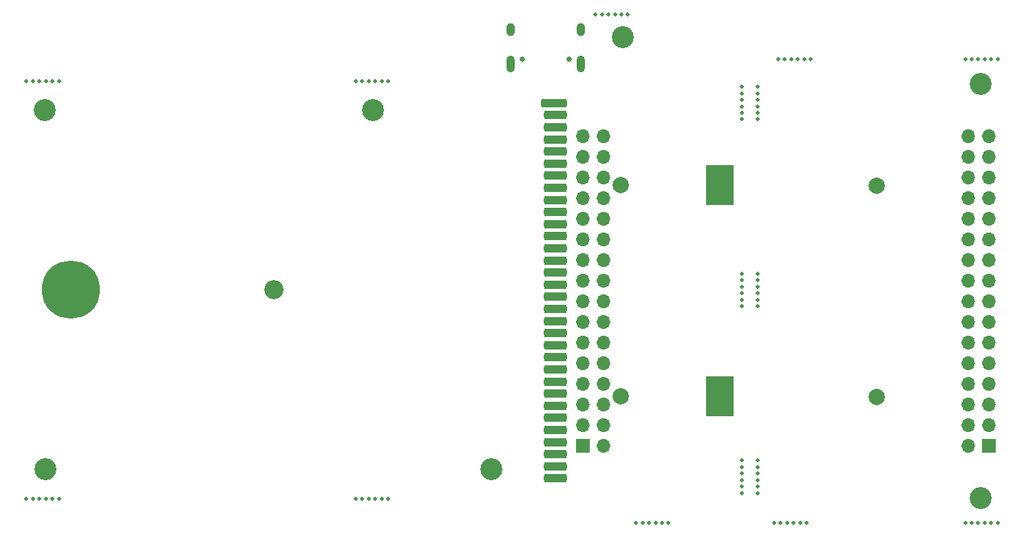
<source format=gbs>
G04 #@! TF.GenerationSoftware,KiCad,Pcbnew,6.0.2+dfsg-1*
G04 #@! TF.CreationDate,2022-11-20T12:02:49+01:00*
G04 #@! TF.ProjectId,gb-stream-cart,67622d73-7472-4656-916d-2d636172742e,REV1*
G04 #@! TF.SameCoordinates,PX4cf3b50PY7de2900*
G04 #@! TF.FileFunction,Soldermask,Bot*
G04 #@! TF.FilePolarity,Negative*
%FSLAX46Y46*%
G04 Gerber Fmt 4.6, Leading zero omitted, Abs format (unit mm)*
G04 Created by KiCad (PCBNEW 6.0.2+dfsg-1) date 2022-11-20 12:02:49*
%MOMM*%
%LPD*%
G01*
G04 APERTURE LIST*
G04 Aperture macros list*
%AMRoundRect*
0 Rectangle with rounded corners*
0 $1 Rounding radius*
0 $2 $3 $4 $5 $6 $7 $8 $9 X,Y pos of 4 corners*
0 Add a 4 corners polygon primitive as box body*
4,1,4,$2,$3,$4,$5,$6,$7,$8,$9,$2,$3,0*
0 Add four circle primitives for the rounded corners*
1,1,$1+$1,$2,$3*
1,1,$1+$1,$4,$5*
1,1,$1+$1,$6,$7*
1,1,$1+$1,$8,$9*
0 Add four rect primitives between the rounded corners*
20,1,$1+$1,$2,$3,$4,$5,0*
20,1,$1+$1,$4,$5,$6,$7,0*
20,1,$1+$1,$6,$7,$8,$9,0*
20,1,$1+$1,$8,$9,$2,$3,0*%
G04 Aperture macros list end*
%ADD10C,0.500000*%
%ADD11C,2.000000*%
%ADD12C,2.350000*%
%ADD13C,2.700000*%
%ADD14C,7.150000*%
%ADD15C,0.650000*%
%ADD16O,1.000000X2.100000*%
%ADD17O,1.000000X1.600000*%
%ADD18R,1.700000X1.700000*%
%ADD19O,1.700000X1.700000*%
%ADD20R,3.500000X5.000000*%
%ADD21RoundRect,0.275000X1.125000X-0.275000X1.125000X0.275000X-1.125000X0.275000X-1.125000X-0.275000X0*%
%ADD22RoundRect,0.275000X1.325000X-0.275000X1.325000X0.275000X-1.325000X0.275000X-1.325000X-0.275000X0*%
G04 APERTURE END LIST*
D10*
X97900000Y34500000D03*
X99900000Y36900000D03*
X97900000Y33700000D03*
X99900000Y35300000D03*
X99900000Y33700000D03*
X97900000Y35300000D03*
X99900000Y37700000D03*
X97900000Y36900000D03*
X99900000Y34500000D03*
X97900000Y36100000D03*
X97900000Y37700000D03*
X99900000Y36100000D03*
X97900000Y58300000D03*
X99900000Y58300000D03*
X97900000Y60700000D03*
X97900000Y56700000D03*
X97900000Y59100000D03*
X97900000Y57500000D03*
X99900000Y59900000D03*
X99900000Y57500000D03*
X99900000Y56700000D03*
X97900000Y59900000D03*
X99900000Y59100000D03*
X99900000Y60700000D03*
X103200000Y64099999D03*
X106400000Y64099999D03*
X104800000Y64099999D03*
X102400000Y64099999D03*
X105600000Y64099999D03*
X104000000Y64099999D03*
D11*
X114555000Y22550000D03*
X114555000Y48550000D03*
D10*
X11500000Y10000000D03*
X9900000Y10000000D03*
X12300000Y10000000D03*
X13900000Y10000000D03*
X13100000Y10000000D03*
X10700000Y10000000D03*
D12*
X40350000Y35700000D03*
D13*
X83300000Y66850000D03*
X12150000Y57800000D03*
D14*
X15400000Y35700000D03*
D13*
X127300000Y10050000D03*
D10*
X126200000Y7000000D03*
X127000000Y7000000D03*
X127800000Y7000000D03*
X129400000Y7000000D03*
X128600000Y7000000D03*
X125400000Y7000000D03*
D13*
X67100000Y13600000D03*
D10*
X79900000Y69600000D03*
X82300000Y69600000D03*
X81500000Y69600000D03*
X80700000Y69600000D03*
X83100000Y69600000D03*
X83900000Y69600000D03*
D15*
X76690000Y64060000D03*
X70910000Y64060000D03*
D16*
X78120000Y63530000D03*
D17*
X78120000Y67710000D03*
D16*
X69480000Y63530000D03*
D17*
X69480000Y67710000D03*
D10*
X88900000Y7000000D03*
X85700000Y7000000D03*
X88100000Y7000000D03*
X86500000Y7000000D03*
X84900000Y7000000D03*
X87300000Y7000000D03*
D13*
X127300000Y61050000D03*
X12200000Y13600000D03*
D10*
X126200000Y64100000D03*
X127000000Y64100000D03*
X127800000Y64100000D03*
X125400000Y64100000D03*
X129400000Y64100000D03*
X128600000Y64100000D03*
X11500000Y61400000D03*
X13900000Y61400000D03*
X10700000Y61400000D03*
X9900000Y61400000D03*
X12300000Y61400000D03*
X13100000Y61400000D03*
X99900000Y12300000D03*
X97900000Y10700000D03*
X97900000Y13100000D03*
X99900000Y13100000D03*
X97900000Y14700000D03*
X99900000Y10700000D03*
X97900000Y13900000D03*
X99900000Y13900000D03*
X97900000Y12300000D03*
X99900000Y11500000D03*
X99900000Y14700000D03*
X97900000Y11500000D03*
X104300000Y7000000D03*
X105900000Y7000000D03*
X102700000Y7000000D03*
X105100000Y7000000D03*
X101900000Y7000000D03*
X103500000Y7000000D03*
X54400000Y61400000D03*
X51200000Y61400000D03*
X52800000Y61400000D03*
X52000000Y61400000D03*
X53600000Y61400000D03*
X50400000Y61400000D03*
X53600000Y10000000D03*
X54400000Y10000000D03*
X52000000Y10000000D03*
X50400000Y10000000D03*
X51200000Y10000000D03*
X52800000Y10000000D03*
D13*
X52500000Y57800000D03*
D18*
X128320000Y16550000D03*
D19*
X125780000Y16550000D03*
X128320000Y19090000D03*
X125780000Y19090000D03*
X128320000Y21630000D03*
X125780000Y21630000D03*
X128320000Y24170000D03*
X125780000Y24170000D03*
X128320000Y26710000D03*
X125780000Y26710000D03*
X128320000Y29250000D03*
X125780000Y29250000D03*
X128320000Y31790000D03*
X125780000Y31790000D03*
X128320000Y34330000D03*
X125780000Y34330000D03*
X128320000Y36870000D03*
X125780000Y36870000D03*
X128320000Y39410000D03*
X125780000Y39410000D03*
X128320000Y41950000D03*
X125780000Y41950000D03*
X128320000Y44490000D03*
X125780000Y44490000D03*
X128320000Y47030000D03*
X125780000Y47030000D03*
X128320000Y49570000D03*
X125780000Y49570000D03*
X128320000Y52110000D03*
X125780000Y52110000D03*
X128320000Y54650000D03*
X125780000Y54650000D03*
D20*
X95250000Y48600000D03*
D11*
X83000000Y22600000D03*
X83000000Y48600000D03*
D20*
X95250000Y22600000D03*
D21*
X75010000Y12505000D03*
X75010000Y13995000D03*
X75010000Y15485000D03*
X75010000Y16975000D03*
X75010000Y18465000D03*
X75010000Y19955000D03*
X75010000Y21445000D03*
X75010000Y22935000D03*
X75010000Y24425000D03*
X75010000Y25915000D03*
X75010000Y27405000D03*
X75010000Y28895000D03*
X75010000Y30385000D03*
X75010000Y31875000D03*
X75010000Y33365000D03*
X75010000Y34855000D03*
X75010000Y36345000D03*
X75010000Y37835000D03*
X75010000Y39325000D03*
X75010000Y40815000D03*
X75010000Y42305000D03*
X75010000Y43795000D03*
X75010000Y45285000D03*
X75010000Y46775000D03*
X75010000Y48265000D03*
X75010000Y49755000D03*
X75010000Y51245000D03*
X75010000Y52735000D03*
X75010000Y54225000D03*
X75010000Y55715000D03*
X75010000Y57205000D03*
D22*
X74810000Y58695000D03*
D18*
X78350000Y16550000D03*
D19*
X80890000Y16550000D03*
X78350000Y19090000D03*
X80890000Y19090000D03*
X78350000Y21630000D03*
X80890000Y21630000D03*
X78350000Y24170000D03*
X80890000Y24170000D03*
X78350000Y26710000D03*
X80890000Y26710000D03*
X78350000Y29250000D03*
X80890000Y29250000D03*
X78350000Y31790000D03*
X80890000Y31790000D03*
X78350000Y34330000D03*
X80890000Y34330000D03*
X78350000Y36870000D03*
X80890000Y36870000D03*
X78350000Y39410000D03*
X80890000Y39410000D03*
X78350000Y41950000D03*
X80890000Y41950000D03*
X78350000Y44490000D03*
X80890000Y44490000D03*
X78350000Y47030000D03*
X80890000Y47030000D03*
X78350000Y49570000D03*
X80890000Y49570000D03*
X78350000Y52110000D03*
X80890000Y52110000D03*
X78350000Y54650000D03*
X80890000Y54650000D03*
M02*

</source>
